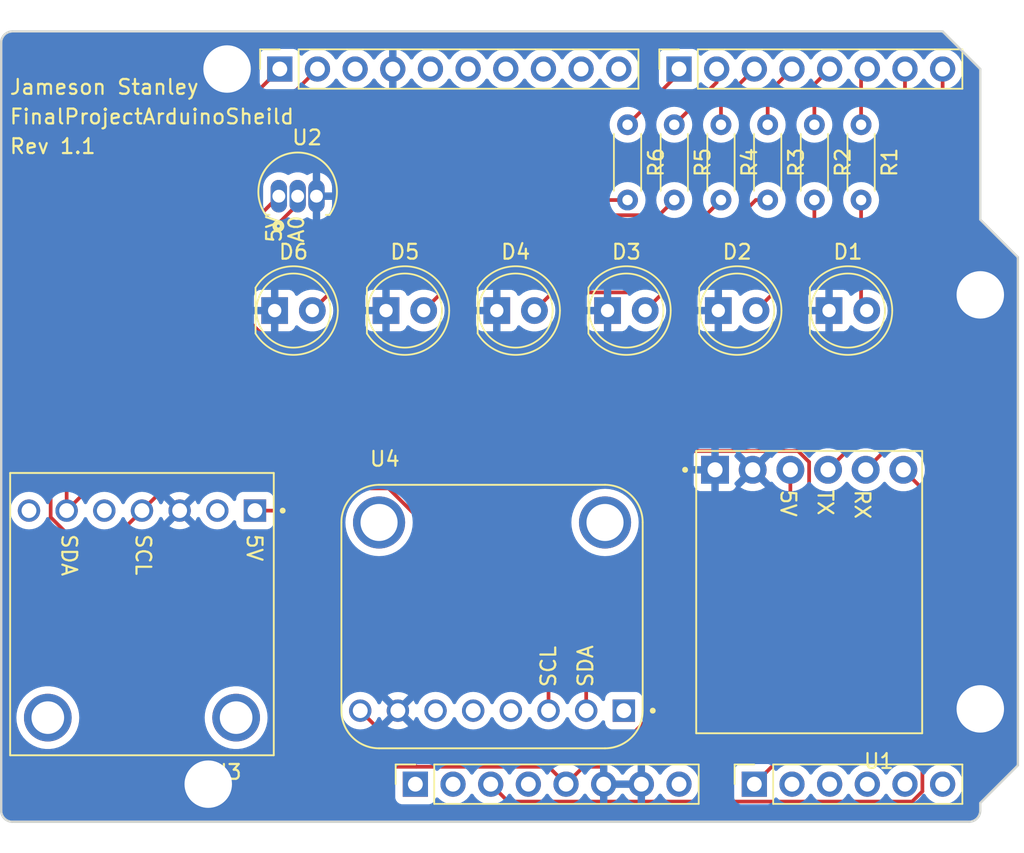
<source format=kicad_pcb>
(kicad_pcb (version 20240108) (generator "pcbnew") (generator_version "8.0")
  (title_block (date "mar. 31 mars 2015"))
  (layers (0 "F.Cu" signal) (31 "B.Cu" signal) (34 "B.Paste" user) (35 "F.Paste" user) (36 "B.SilkS" user "B.Silkscreen") (37 "F.SilkS" user "F.Silkscreen") (38 "B.Mask" user) (39 "F.Mask" user) (44 "Edge.Cuts" user))
  (net 0 "")
  (net 1 "GND")
  (net 3 "+5V")
  (net 4 "/IOREF")
  (net 5 "/A1")
  (net 6 "/A2")
  (net 7 "/A3")
  (net 8 "/SDA{slash}A4")
  (net 9 "/SCL{slash}A5")
  (net 10 "/13")
  (net 11 "/12")
  (net 12 "/AREF")
  (net 13 "/8")
  (net 14 "/LED1")
  (net 15 "/*11")
  (net 16 "/*10")
  (net 17 "/*9")
  (net 18 "/LED6")
  (net 19 "/LED2")
  (net 20 "/LED5")
  (net 21 "/LED3")
  (net 22 "/TX{slash}1")
  (net 23 "/LED4")
  (net 24 "/RX{slash}0")
  (net 25 "+3V3")
  (net 26 "VCC")
  (net 28 "/RESET")
  (net 29 "Net-(D1-A)")
  (net 30 "Net-(D2-A)")
  (net 31 "Net-(D3-A)")
  (net 32 "Net-(D4-A)")
  (net 33 "Net-(D5-A)")
  (net 34 "Net-(D6-A)")
  (net 35 "/External_Temp")
  (footprint "Connector_PinSocket_2.54mm:PinSocket_1x08_P2.54mm_Vertical" (layer "F.Cu") (at 127.94 97.46 90)
    (property "Reference" "J1" (hide yes))
    (property "Value" "Power")
    (fp_line (start 1.33 -1.33) (end 1.33 0) (stroke (width 0.12)) (layer "F.SilkS"))
    (fp_line (start 0 -1.33) (end 1.33 -1.33) (stroke (width 0.12)) (layer "F.SilkS"))
    (fp_line (start 1.33 1.27) (end 1.33 19.11) (stroke (width 0.12)) (layer "F.SilkS"))
    (fp_line (start -1.33 1.27) (end 1.33 1.27) (stroke (width 0.12)) (layer "F.SilkS"))
    (fp_line (start -1.33 1.27) (end -1.33 19.11) (stroke (width 0.12)) (layer "F.SilkS"))
    (fp_line (start -1.33 19.11) (end 1.33 19.11) (stroke (width 0.12)) (layer "F.SilkS"))
    (pad "1" thru_hole rect (at 0 0 90) (size 1.7 1.7) (drill 1) (layers "*.Cu" "*.Mask"))
    (pad "2" thru_hole oval (at 0 2.54 90) (size 1.7 1.7) (drill 1) (layers "*.Cu" "*.Mask") (net 4 "/IOREF"))
    (pad "3" thru_hole oval (at 0 5.08 90) (size 1.7 1.7) (drill 1) (layers "*.Cu" "*.Mask") (net 28 "/RESET"))
    (pad "4" thru_hole oval (at 0 7.62 90) (size 1.7 1.7) (drill 1) (layers "*.Cu" "*.Mask") (net 25 "+3V3"))
    (pad "5" thru_hole oval (at 0 10.16 90) (size 1.7 1.7) (drill 1) (layers "*.Cu" "*.Mask") (net 3 "+5V"))
    (pad "6" thru_hole oval (at 0 12.7 90) (size 1.7 1.7) (drill 1) (layers "*.Cu" "*.Mask") (net 1 "GND"))
    (pad "7" thru_hole oval (at 0 15.24 90) (size 1.7 1.7) (drill 1) (layers "*.Cu" "*.Mask") (net 1 "GND"))
    (pad "8" thru_hole oval (at 0 17.78 90) (size 1.7 1.7) (drill 1) (layers "*.Cu" "*.Mask") (net 26 "VCC"))
  )
  (footprint "Connector_PinSocket_2.54mm:PinSocket_1x06_P2.54mm_Vertical" (layer "F.Cu") (at 150.8 97.46 90)
    (property "Reference" "J3" (hide yes))
    (property "Value" "Analog")
    (fp_line (start 1.33 -1.33) (end 1.33 0) (stroke (width 0.12)) (layer "F.SilkS"))
    (fp_line (start 0 -1.33) (end 1.33 -1.33) (stroke (width 0.12)) (layer "F.SilkS"))
    (fp_line (start 1.33 1.27) (end 1.33 14.03) (stroke (width 0.12)) (layer "F.SilkS"))
    (fp_line (start -1.33 1.27) (end 1.33 1.27) (stroke (width 0.12)) (layer "F.SilkS"))
    (fp_line (start -1.33 1.27) (end -1.33 14.03) (stroke (width 0.12)) (layer "F.SilkS"))
    (fp_line (start -1.33 14.03) (end 1.33 14.03) (stroke (width 0.12)) (layer "F.SilkS"))
    (pad "1" thru_hole rect (at 0 0 90) (size 1.7 1.7) (drill 1) (layers "*.Cu" "*.Mask") (net 35 "/External_Temp"))
    (pad "2" thru_hole oval (at 0 2.54 90) (size 1.7 1.7) (drill 1) (layers "*.Cu" "*.Mask") (net 5 "/A1"))
    (pad "3" thru_hole oval (at 0 5.08 90) (size 1.7 1.7) (drill 1) (layers "*.Cu" "*.Mask") (net 6 "/A2"))
    (pad "4" thru_hole oval (at 0 7.62 90) (size 1.7 1.7) (drill 1) (layers "*.Cu" "*.Mask") (net 7 "/A3"))
    (pad "5" thru_hole oval (at 0 10.16 90) (size 1.7 1.7) (drill 1) (layers "*.Cu" "*.Mask"))
    (pad "6" thru_hole oval (at 0 12.7 90) (size 1.7 1.7) (drill 1) (layers "*.Cu" "*.Mask"))
  )
  (footprint "Connector_PinSocket_2.54mm:PinSocket_1x10_P2.54mm_Vertical" (layer "F.Cu") (at 118.796 49.2 90)
    (property "Reference" "J2" (hide yes))
    (property "Value" "Digital/PWM")
    (fp_line (start 1.33 -1.33) (end 1.33 0) (stroke (width 0.12)) (layer "F.SilkS"))
    (fp_line (start 0 -1.33) (end 1.33 -1.33) (stroke (width 0.12)) (layer "F.SilkS"))
    (fp_line (start 1.33 1.27) (end 1.33 24.19) (stroke (width 0.12)) (layer "F.SilkS"))
    (fp_line (start -1.33 1.27) (end 1.33 1.27) (stroke (width 0.12)) (layer "F.SilkS"))
    (fp_line (start -1.33 1.27) (end -1.33 24.19) (stroke (width 0.12)) (layer "F.SilkS"))
    (fp_line (start -1.33 24.19) (end 1.33 24.19) (stroke (width 0.12)) (layer "F.SilkS"))
    (pad "1" thru_hole rect (at 0 0 90) (size 1.7 1.7) (drill 1) (layers "*.Cu" "*.Mask") (net 9 "/SCL{slash}A5"))
    (pad "2" thru_hole oval (at 0 2.54 90) (size 1.7 1.7) (drill 1) (layers "*.Cu" "*.Mask") (net 8 "/SDA{slash}A4"))
    (pad "3" thru_hole oval (at 0 5.08 90) (size 1.7 1.7) (drill 1) (layers "*.Cu" "*.Mask") (net 12 "/AREF"))
    (pad "4" thru_hole oval (at 0 7.62 90) (size 1.7 1.7) (drill 1) (layers "*.Cu" "*.Mask") (net 1 "GND"))
    (pad "5" thru_hole oval (at 0 10.16 90) (size 1.7 1.7) (drill 1) (layers "*.Cu" "*.Mask") (net 10 "/13"))
    (pad "6" thru_hole oval (at 0 12.7 90) (size 1.7 1.7) (drill 1) (layers "*.Cu" "*.Mask") (net 11 "/12"))
    (pad "7" thru_hole oval (at 0 15.24 90) (size 1.7 1.7) (drill 1) (layers "*.Cu" "*.Mask") (net 15 "/*11"))
    (pad "8" thru_hole oval (at 0 17.78 90) (size 1.7 1.7) (drill 1) (layers "*.Cu" "*.Mask") (net 16 "/*10"))
    (pad "9" thru_hole oval (at 0 20.32 90) (size 1.7 1.7) (drill 1) (layers "*.Cu" "*.Mask") (net 17 "/*9"))
    (pad "10" thru_hole oval (at 0 22.86 90) (size 1.7 1.7) (drill 1) (layers "*.Cu" "*.Mask") (net 13 "/8"))
  )
  (footprint "Connector_PinSocket_2.54mm:PinSocket_1x08_P2.54mm_Vertical" (layer "F.Cu") (at 145.72 49.2 90)
    (property "Reference" "J4" (hide yes))
    (property "Value" "Digital/PWM")
    (fp_line (start 1.33 -1.33) (end 1.33 0) (stroke (width 0.12)) (layer "F.SilkS"))
    (fp_line (start 0 -1.33) (end 1.33 -1.33) (stroke (width 0.12)) (layer "F.SilkS"))
    (fp_line (start 1.33 1.27) (end 1.33 19.11) (stroke (width 0.12)) (layer "F.SilkS"))
    (fp_line (start -1.33 1.27) (end 1.33 1.27) (stroke (width 0.12)) (layer "F.SilkS"))
    (fp_line (start -1.33 1.27) (end -1.33 19.11) (stroke (width 0.12)) (layer "F.SilkS"))
    (fp_line (start -1.33 19.11) (end 1.33 19.11) (stroke (width 0.12)) (layer "F.SilkS"))
    (pad "1" thru_hole rect (at 0 0 90) (size 1.7 1.7) (drill 1) (layers "*.Cu" "*.Mask") (net 18 "/LED6"))
    (pad "2" thru_hole oval (at 0 2.54 90) (size 1.7 1.7) (drill 1) (layers "*.Cu" "*.Mask") (net 20 "/LED5"))
    (pad "3" thru_hole oval (at 0 5.08 90) (size 1.7 1.7) (drill 1) (layers "*.Cu" "*.Mask") (net 23 "/LED4"))
    (pad "4" thru_hole oval (at 0 7.62 90) (size 1.7 1.7) (drill 1) (layers "*.Cu" "*.Mask") (net 21 "/LED3"))
    (pad "5" thru_hole oval (at 0 10.16 90) (size 1.7 1.7) (drill 1) (layers "*.Cu" "*.Mask") (net 19 "/LED2"))
    (pad "6" thru_hole oval (at 0 12.7 90) (size 1.7 1.7) (drill 1) (layers "*.Cu" "*.Mask") (net 14 "/LED1"))
    (pad "7" thru_hole oval (at 0 15.24 90) (size 1.7 1.7) (drill 1) (layers "*.Cu" "*.Mask") (net 22 "/TX{slash}1"))
    (pad "8" thru_hole oval (at 0 17.78 90) (size 1.7 1.7) (drill 1) (layers "*.Cu" "*.Mask") (net 24 "/RX{slash}0"))
  )
  (footprint "Resistor_THT:R_Axial_DIN0204_L3.6mm_D1.6mm_P5.08mm_Horizontal" (layer "F.Cu") (at 151.7 52.96 -90)
    (property "Reference" "R3" (at 2.54 -1.92 90) (layer "F.SilkS"))
    (property "Value" "330")
    (fp_line (start 0.62 0.92) (end 4.46 0.92) (stroke (width 0.12)) (layer "F.SilkS"))
    (fp_line (start 0.62 -0.92) (end 4.46 -0.92) (stroke (width 0.12)) (layer "F.SilkS"))
    (pad "1" thru_hole circle (at 0 0 270) (size 1.4 1.4) (drill 0.7) (layers "*.Cu" "*.Mask") (net 21 "/LED3"))
    (pad "2" thru_hole oval (at 5.08 0 270) (size 1.4 1.4) (drill 0.7) (layers "*.Cu" "*.Mask") (net 31 "Net-(D3-A)"))
  )
  (footprint "Resistor_THT:R_Axial_DIN0204_L3.6mm_D1.6mm_P5.08mm_Horizontal" (layer "F.Cu") (at 154.85 52.96 -90)
    (property "Reference" "R2" (at 2.54 -1.92 90) (layer "F.SilkS"))
    (property "Value" "330")
    (fp_line (start 0.62 0.92) (end 4.46 0.92) (stroke (width 0.12)) (layer "F.SilkS"))
    (fp_line (start 0.62 -0.92) (end 4.46 -0.92) (stroke (width 0.12)) (layer "F.SilkS"))
    (pad "1" thru_hole circle (at 0 0 270) (size 1.4 1.4) (drill 0.7) (layers "*.Cu" "*.Mask") (net 19 "/LED2"))
    (pad "2" thru_hole oval (at 5.08 0 270) (size 1.4 1.4) (drill 0.7) (layers "*.Cu" "*.Mask") (net 30 "Net-(D2-A)"))
  )
  (footprint "2652:MODULE_2652" (layer "F.Cu") (at 109.5 85.985 180)
    (property "Reference" "U3" (at -5.715 -10.66 0) (layer "F.SilkS"))
    (property "Value" "ADAFRUIT BME280")
    (fp_line (start 8.89 9.525) (end -8.89 9.525) (stroke (width 0.127)) (layer "F.SilkS"))
    (fp_line (start 8.89 -9.525) (end 8.89 9.525) (stroke (width 0.127)) (layer "F.SilkS"))
    (fp_line (start -8.89 9.525) (end -8.89 -9.525) (stroke (width 0.127)) (layer "F.SilkS"))
    (fp_line (start -8.89 -9.525) (end 8.89 -9.525) (stroke (width 0.127)) (layer "F.SilkS"))
    (fp_circle (center -9.49 6.985) (end -9.39 6.985) (stroke (width 0.2)) (fill none) (layer "F.SilkS"))
    (pad "1" thru_hole rect (at -7.62 6.985 180) (size 1.508 1.508) (drill 1) (layers "*.Cu" "*.Mask") (net 3 "+5V"))
    (pad "2" thru_hole circle (at -5.08 6.985 180) (size 1.508 1.508) (drill 1) (layers "*.Cu" "*.Mask"))
    (pad "3" thru_hole circle (at -2.54 6.985 180) (size 1.508 1.508) (drill 1) (layers "*.Cu" "*.Mask") (net 1 "GND"))
    (pad "4" thru_hole circle (at 0 6.985 180) (size 1.508 1.508) (drill 1) (layers "*.Cu" "*.Mask") (net 9 "/SCL{slash}A5"))
    (pad "5" thru_hole circle (at 2.54 6.985 180) (size 1.508 1.508) (drill 1) (layers "*.Cu" "*.Mask"))
    (pad "6" thru_hole circle (at 5.08 6.985 180) (size 1.508 1.508) (drill 1) (layers "*.Cu" "*.Mask") (net 8 "/SDA{slash}A4"))
    (pad "7" thru_hole circle (at 7.62 6.985 180) (size 1.508 1.508) (drill 1) (layers "*.Cu" "*.Mask"))
    (pad "P1" thru_hole circle (at -6.35 -6.985 180) (size 3.216 3.216) (drill 2.2) (layers "*.Cu" "*.Mask"))
    (pad "P2" thru_hole circle (at 6.35 -6.985 180) (size 3.216 3.216) (drill 2.2) (layers "*.Cu" "*.Mask"))
  )
  (footprint "LED_THT:LED_D5.0mm" (layer "F.Cu") (at 155.84 65.5)
    (property "Reference" "D1" (at 1.27 -3.96 0) (layer "F.SilkS"))
    (property "Value" "LED")
    (fp_line (start -1.29 -1.545) (end -1.29 1.545) (stroke (width 0.12)) (layer "F.SilkS"))
    (fp_arc (start -1.29 -1.54483) (mid 2.071756 -2.880501) (end 4.26 -0.000048) (stroke (width 0.12)) (layer "F.SilkS"))
    (fp_arc (start 4.26 0.000048) (mid 2.071756 2.880501) (end -1.29 1.54483) (stroke (width 0.12)) (layer "F.SilkS"))
    (fp_circle (center 1.27 0) (end 3.77 0) (stroke (width 0.12)) (fill none) (layer "F.SilkS"))
    (pad "1" thru_hole rect (at 0 0) (size 1.8 1.8) (drill 0.9) (layers "*.Cu" "*.Mask") (net 1 "GND"))
    (pad "2" thru_hole circle (at 2.54 0) (size 1.8 1.8) (drill 0.9) (layers "*.Cu" "*.Mask") (net 29 "Net-(D1-A)"))
  )
  (footprint "Arduino_MountingHole:MountingHole_3.2mm" (layer "F.Cu") (at 115.24 49.2)
    (property "Reference" "MH1" (hide yes))
    (property "Value" "MountingHole_3.2mm" (hide yes))
    (pad "" np_thru_hole circle (at 0 0) (size 3.2 3.2) (drill 3.2) (layers "*.Cu" "*.Mask"))
  )
  (footprint "LED_THT:LED_D5.0mm" (layer "F.Cu") (at 118.45 65.5)
    (property "Reference" "D6" (at 1.27 -3.96 0) (layer "F.SilkS"))
    (property "Value" "LED")
    (fp_line (start -1.29 -1.545) (end -1.29 1.545) (stroke (width 0.12)) (layer "F.SilkS"))
    (fp_arc (start -1.29 -1.54483) (mid 2.071756 -2.880501) (end 4.26 -0.000048) (stroke (width 0.12)) (layer "F.SilkS"))
    (fp_arc (start 4.26 0.000048) (mid 2.071756 2.880501) (end -1.29 1.54483) (stroke (width 0.12)) (layer "F.SilkS"))
    (fp_circle (center 1.27 0) (end 3.77 0) (stroke (width 0.12)) (fill none) (layer "F.SilkS"))
    (pad "1" thru_hole rect (at 0 0) (size 1.8 1.8) (drill 0.9) (layers "*.Cu" "*.Mask") (net 1 "GND"))
    (pad "2" thru_hole circle (at 2.54 0) (size 1.8 1.8) (drill 0.9) (layers "*.Cu" "*.Mask") (net 34 "Net-(D6-A)"))
  )
  (footprint "LED_THT:LED_D5.0mm" (layer "F.Cu") (at 148.37 65.5)
    (property "Reference" "D2" (at 1.27 -3.96 0) (layer "F.SilkS"))
    (property "Value" "LED")
    (fp_line (start -1.29 -1.545) (end -1.29 1.545) (stroke (width 0.12)) (layer "F.SilkS"))
    (fp_arc (start -1.29 -1.54483) (mid 2.071756 -2.880501) (end 4.26 -0.000048) (stroke (width 0.12)) (layer "F.SilkS"))
    (fp_arc (start 4.26 0.000048) (mid 2.071756 2.880501) (end -1.29 1.54483) (stroke (width 0.12)) (layer "F.SilkS"))
    (fp_circle (center 1.27 0) (end 3.77 0) (stroke (width 0.12)) (fill none) (layer "F.SilkS"))
    (pad "1" thru_hole rect (at 0 0) (size 1.8 1.8) (drill 0.9) (layers "*.Cu" "*.Mask") (net 1 "GND"))
    (pad "2" thru_hole circle (at 2.54 0) (size 1.8 1.8) (drill 0.9) (layers "*.Cu" "*.Mask") (net 30 "Net-(D2-A)"))
  )
  (footprint "DEV-13712:MODULE_DEV-13712" (layer "F.Cu") (at 154.5 84.5 180)
    (property "Reference" "U1" (at -4.695 -11.41 0) (layer "F.SilkS"))
    (property "Value" "OpenLog")
    (fp_line (start 7.62 9.525) (end -7.62 9.525) (stroke (width 0.127)) (layer "F.SilkS"))
    (fp_line (start 7.62 -9.525) (end 7.62 9.525) (stroke (width 0.127)) (layer "F.SilkS"))
    (fp_line (start -7.62 9.525) (end -7.62 -9.525) (stroke (width 0.127)) (layer "F.SilkS"))
    (fp_line (start -7.62 -9.525) (end 7.62 -9.525) (stroke (width 0.127)) (layer "F.SilkS"))
    (fp_circle (center 8.37 8.255) (end 8.47 8.255) (stroke (width 0.2)) (fill none) (layer "F.SilkS"))
    (pad "1" thru_hole rect (at 6.35 8.255 180) (size 1.8796 1.8796) (drill 1.016) (layers "*.Cu" "*.Mask") (net 1 "GND"))
    (pad "2" thru_hole circle (at 3.81 8.255 180) (size 1.8796 1.8796) (drill 1.016) (layers "*.Cu" "*.Mask") (net 1 "GND"))
    (pad "3" thru_hole circle (at 1.27 8.255 180) (size 1.8796 1.8796) (drill 1.016) (layers "*.Cu" "*.Mask") (net 3 "+5V"))
    (pad "4" thru_hole circle (at -1.27 8.255 180) (size 1.8796 1.8796) (drill 1.016) (layers "*.Cu" "*.Mask") (net 22 "/TX{slash}1"))
    (pad "5" thru_hole circle (at -3.81 8.255 180) (size 1.8796 1.8796) (drill 1.016) (layers "*.Cu" "*.Mask") (net 24 "/RX{slash}0"))
    (pad "6" thru_hole circle (at -6.35 8.255 180) (size 1.8796 1.8796) (drill 1.016) (layers "*.Cu" "*.Mask") (net 28 "/RESET"))
  )
  (footprint "Resistor_THT:R_Axial_DIN0204_L3.6mm_D1.6mm_P5.08mm_Horizontal" (layer "F.Cu") (at 148.55 52.96 -90)
    (property "Reference" "R4" (at 2.54 -1.92 90) (layer "F.SilkS"))
    (property "Value" "330")
    (fp_line (start 0.62 0.92) (end 4.46 0.92) (stroke (width 0.12)) (layer "F.SilkS"))
    (fp_line (start 0.62 -0.92) (end 4.46 -0.92) (stroke (width 0.12)) (layer "F.SilkS"))
    (pad "1" thru_hole circle (at 0 0 270) (size 1.4 1.4) (drill 0.7) (layers "*.Cu" "*.Mask") (net 23 "/LED4"))
    (pad "2" thru_hole oval (at 5.08 0 270) (size 1.4 1.4) (drill 0.7) (layers "*.Cu" "*.Mask") (net 32 "Net-(D4-A)"))
  )
  (footprint "LED_THT:LED_D5.0mm" (layer "F.Cu") (at 125.96 65.5)
    (property "Reference" "D5" (at 1.27 -3.96 0) (layer "F.SilkS"))
    (property "Value" "LED")
    (fp_line (start -1.29 -1.545) (end -1.29 1.545) (stroke (width 0.12)) (layer "F.SilkS"))
    (fp_arc (start -1.29 -1.54483) (mid 2.071756 -2.880501) (end 4.26 -0.000048) (stroke (width 0.12)) (layer "F.SilkS"))
    (fp_arc (start 4.26 0.000048) (mid 2.071756 2.880501) (end -1.29 1.54483) (stroke (width 0.12)) (layer "F.SilkS"))
    (fp_circle (center 1.27 0) (end 3.77 0) (stroke (width 0.12)) (fill none) (layer "F.SilkS"))
    (pad "1" thru_hole rect (at 0 0) (size 1.8 1.8) (drill 0.9) (layers "*.Cu" "*.Mask") (net 1 "GND"))
    (pad "2" thru_hole circle (at 2.54 0) (size 1.8 1.8) (drill 0.9) (layers "*.Cu" "*.Mask") (net 33 "Net-(D5-A)"))
  )
  (footprint "Resistor_THT:R_Axial_DIN0204_L3.6mm_D1.6mm_P5.08mm_Horizontal" (layer "F.Cu") (at 158 52.96 -90)
    (property "Reference" "R1" (at 2.54 -1.92 90) (layer "F.SilkS"))
    (property "Value" "330")
    (fp_line (start 0.62 0.92) (end 4.46 0.92) (stroke (width 0.12)) (layer "F.SilkS"))
    (fp_line (start 0.62 -0.92) (end 4.46 -0.92) (stroke (width 0.12)) (layer "F.SilkS"))
    (pad "1" thru_hole circle (at 0 0 270) (size 1.4 1.4) (drill 0.7) (layers "*.Cu" "*.Mask") (net 14 "/LED1"))
    (pad "2" thru_hole oval (at 5.08 0 270) (size 1.4 1.4) (drill 0.7) (layers "*.Cu" "*.Mask") (net 29 "Net-(D1-A)"))
  )
  (footprint "Resistor_THT:R_Axial_DIN0204_L3.6mm_D1.6mm_P5.08mm_Horizontal" (layer "F.Cu") (at 145.4 52.96 -90)
    (property "Reference" "R5" (at 2.54 -1.92 90) (layer "F.SilkS"))
    (property "Value" "330")
    (fp_line (start 0.62 0.92) (end 4.46 0.92) (stroke (width 0.12)) (layer "F.SilkS"))
    (fp_line (start 0.62 -0.92) (end 4.46 -0.92) (stroke (width 0.12)) (layer "F.SilkS"))
    (pad "1" thru_hole circle (at 0 0 270) (size 1.4 1.4) (drill 0.7) (layers "*.Cu" "*.Mask") (net 20 "/LED5"))
    (pad "2" thru_hole oval (at 5.08 0 270) (size 1.4 1.4) (drill 0.7) (layers "*.Cu" "*.Mask") (net 33 "Net-(D5-A)"))
  )
  (footprint "Resistor_THT:R_Axial_DIN0204_L3.6mm_D1.6mm_P5.08mm_Horizontal" (layer "F.Cu") (at 142.25 52.96 -90)
    (property "Reference" "R6" (at 2.54 -1.92 90) (layer "F.SilkS"))
    (property "Value" "330")
    (fp_line (start 0.62 0.92) (end 4.46 0.92) (stroke (width 0.12)) (layer "F.SilkS"))
    (fp_line (start 0.62 -0.92) (end 4.46 -0.92) (stroke (width 0.12)) (layer "F.SilkS"))
    (pad "1" thru_hole circle (at 0 0 270) (size 1.4 1.4) (drill 0.7) (layers "*.Cu" "*.Mask") (net 18 "/LED6"))
    (pad "2" thru_hole oval (at 5.08 0 270) (size 1.4 1.4) (drill 0.7) (layers "*.Cu" "*.Mask") (net 34 "Net-(D6-A)"))
  )
  (footprint "2019:MODULE_2019" (layer "F.Cu") (at 133.11 86.15)
    (property "Reference" "U4" (at -7.235 -10.635 0) (layer "F.SilkS"))
    (property "Value" "MMA8451")
    (fp_line (start -10.16 6.35) (end -10.16 -6.35) (stroke (width 0.127)) (layer "F.SilkS"))
    (fp_line (start -7.62 -8.89) (end 7.62 -8.89) (stroke (width 0.127)) (layer "F.SilkS"))
    (fp_line (start 7.62 8.89) (end -7.62 8.89) (stroke (width 0.127)) (layer "F.SilkS"))
    (fp_line (start 10.16 -6.35) (end 10.16 6.35) (stroke (width 0.127)) (layer "F.SilkS"))
    (fp_arc (start -10.16 -6.35) (mid -9.416051 -8.146051) (end -7.62 -8.89) (stroke (width 0.127)) (layer "F.SilkS"))
    (fp_arc (start -7.62 8.89) (mid -9.416051 8.146051) (end -10.16 6.35) (stroke (width 0.127)) (layer "F.SilkS"))
    (fp_arc (start 7.62 -8.89) (mid 9.416051 -8.146051) (end 10.16 -6.35) (stroke (width 0.127)) (layer "F.SilkS"))
    (fp_arc (start 10.16 6.35) (mid 9.416051 8.146051) (end 7.62 8.89) (stroke (width 0.127)) (layer "F.SilkS"))
    (fp_circle (center 10.84 6.35) (end 10.94 6.35) (stroke (width 0.2)) (fill none) (layer "F.SilkS"))
    (pad "1" thru_hole rect (at 8.89 6.35) (size 1.508 1.508) (drill 1) (layers "*.Cu" "*.Mask"))
    (pad "2" thru_hole circle (at 6.35 6.35) (size 1.508 1.508) (drill 1) (layers "*.Cu" "*.Mask") (net 8 "/SDA{slash}A4"))
    (pad "3" thru_hole circle (at 3.81 6.35) (size 1.508 1.508) (drill 1) (layers "*.Cu" "*.Mask") (net 9 "/SCL{slash}A5"))
    (pad "4" thru_hole circle (at 1.27 6.35) (size 1.508 1.508) (drill 1) (layers "*.Cu" "*.Mask"))
    (pad "5" thru_hole circle (at -1.27 6.35) (size 1.508 1.508) (drill 1) (layers "*.Cu" "*.Mask"))
    (pad "6" thru_hole circle (at -3.81 6.35) (size 1.508 1.508) (drill 1) (layers "*.Cu" "*.Mask"))
    (pad "7" thru_hole circle (at -6.35 6.35) (size 1.508 1.508) (drill 1) (layers "*.Cu" "*.Mask") (net 1 "GND"))
    (pad "8" thru_hole circle (at -8.89 6.35) (size 1.508 1.508) (drill 1) (layers "*.Cu" "*.Mask") (net 3 "+5V"))
    (pad "P1" thru_hole circle (at -7.62 -6.35) (size 3.516 3.516) (drill 2.5) (layers "*.Cu" "*.Mask"))
    (pad "P2" thru_hole circle (at 7.62 -6.35) (size 3.516 3.516) (drill 2.5) (layers "*.Cu" "*.Mask"))
  )
  (footprint "Arduino_MountingHole:MountingHole_3.2mm" (layer "F.Cu") (at 113.97 97.46)
    (property "Reference" "MH2" (hide yes))
    (property "Value" "MountingHole_3.2mm" (hide yes))
    (pad "" np_thru_hole circle (at 0 0) (size 3.2 3.2) (drill 3.2) (layers "*.Cu" "*.Mask"))
  )
  (footprint "Arduino_MountingHole:MountingHole_3.2mm" (layer "F.Cu") (at 166.04 64.44)
    (property "Reference" "MH3" (hide yes))
    (property "Value" "MountingHole_3.2mm" (hide yes))
    (pad "" np_thru_hole circle (at 0 0) (size 3.2 3.2) (drill 3.2) (layers "*.Cu" "*.Mask"))
  )
  (footprint "Arduino_MountingHole:MountingHole_3.2mm" (layer "F.Cu") (at 166.04 92.38)
    (property "Reference" "MH4" (hide yes))
    (property "Value" "MountingHole_3.2mm" (hide yes))
    (pad "" np_thru_hole circle (at 0 0) (size 3.2 3.2) (drill 3.2) (layers "*.Cu" "*.Mask"))
  )
  (footprint "TMP36GT9Z:TO92127P521H733-3" (layer "F.Cu") (at 120 57)
    (property "Reference" "U2" (at 0.635 -3.175 0) (layer "F.SilkS"))
    (property "Value" "TMP36GT9Z")
    (fp_line (start -2.144 2.043) (end -1.9 2.043) (stroke (width 0.127)) (layer "F.SilkS"))
    (fp_line (start 1.906 2.043) (end 2.144 2.043) (stroke (width 0.127)) (layer "F.SilkS"))
    (fp_arc (start -2.144 2.043) (mid 0 -2.164837) (end 2.144 2.043) (stroke (width 0.127)) (layer "F.SilkS"))
    (fp_circle (center -1.3 2.8) (end -1.2 2.8) (stroke (width 0.3)) (fill none) (layer "F.SilkS"))
    (pad "1" thru_hole oval (at -1.27 0.78) (size 1.1 2.2) (drill 0.87) (layers "*.Cu" "*.Mask") (net 3 "+5V"))
    (pad "2" thru_hole oval (at 0 0.78) (size 1.1 2.2) (drill 0.87) (layers "*.Cu" "*.Mask") (net 35 "/External_Temp"))
    (pad "3" thru_hole oval (at 1.27 0.78) (size 1.1 2.2) (drill 0.87) (layers "*.Cu" "*.Mask") (net 1 "GND"))
  )
  (footprint "LED_THT:LED_D5.0mm" (layer "F.Cu") (at 133.43 65.5)
    (property "Reference" "D4" (at 1.27 -3.96 0) (layer "F.SilkS"))
    (property "Value" "LED")
    (fp_line (start -1.29 -1.545) (end -1.29 1.545) (stroke (width 0.12)) (layer "F.SilkS"))
    (fp_arc (start -1.29 -1.54483) (mid 2.071756 -2.880501) (end 4.26 -0.000048) (stroke (width 0.12)) (layer "F.SilkS"))
    (fp_arc (start 4.26 0.000048) (mid 2.071756 2.880501) (end -1.29 1.54483) (stroke (width 0.12)) (layer "F.SilkS"))
    (fp_circle (center 1.27 0) (end 3.77 0) (stroke (width 0.12)) (fill none) (layer "F.SilkS"))
    (pad "1" thru_hole rect (at 0 0) (size 1.8 1.8) (drill 0.9) (layers "*.Cu" "*.Mask") (net 1 "GND"))
    (pad "2" thru_hole circle (at 2.54 0) (size 1.8 1.8) (drill 0.9) (layers "*.Cu" "*.Mask") (net 32 "Net-(D4-A)"))
  )
  (footprint "LED_THT:LED_D5.0mm" (layer "F.Cu") (at 140.9 65.5)
    (property "Reference" "D3" (at 1.27 -3.96 0) (layer "F.SilkS"))
    (property "Value" "LED")
    (fp_line (start -1.29 -1.545) (end -1.29 1.545) (stroke (width 0.12)) (layer "F.SilkS"))
    (fp_arc (start -1.29 -1.54483) (mid 2.071756 -2.880501) (end 4.26 -0.000048) (stroke (width 0.12)) (layer "F.SilkS"))
    (fp_arc (start 4.26 0.000048) (mid 2.071756 2.880501) (end -1.29 1.54483) (stroke (width 0.12)) (layer "F.SilkS"))
    (fp_circle (center 1.27 0) (end 3.77 0) (stroke (width 0.12)) (fill none) (layer "F.SilkS"))
    (pad "1" thru_hole rect (at 0 0) (size 1.8 1.8) (drill 0.9) (layers "*.Cu" "*.Mask") (net 1 "GND"))
    (pad "2" thru_hole circle (at 2.54 0) (size 1.8 1.8) (drill 0.9) (layers "*.Cu" "*.Mask") (net 31 "Net-(D3-A)"))
  )
  (gr_line (start 166.04 59.36) (end 168.58 61.9) (stroke (width 0.15)) (layer "Edge.Cuts"))
  (gr_line (start 100 99.238) (end 100 47.422) (stroke (width 0.15)) (layer "Edge.Cuts"))
  (gr_line (start 168.58 61.9) (end 168.58 96.19) (stroke (width 0.15)) (layer "Edge.Cuts"))
  (gr_line (start 165.278 100) (end 100.762 100) (stroke (width 0.15)) (layer "Edge.Cuts"))
  (gr_line (start 100.762 46.66) (end 163.5 46.66) (stroke (width 0.15)) (layer "Edge.Cuts"))
  (gr_arc (start 100.762 100) (mid 100.223185 99.776815) (end 100 99.238) (stroke (width 0.15)) (layer "Edge.Cuts"))
  (gr_line (start 168.58 96.19) (end 166.04 98.73) (stroke (width 0.15)) (layer "Edge.Cuts"))
  (gr_line (start 163.5 46.66) (end 166.04 49.2) (stroke (width 0.15)) (layer "Edge.Cuts"))
  (gr_arc (start 166.04 99.238) (mid 165.816815 99.776815) (end 165.278 100) (stroke (width 0.15)) (layer "Edge.Cuts"))
  (gr_line (start 166.04 49.2) (end 166.04 59.36) (stroke (width 0.15)) (layer "Edge.Cuts"))
  (gr_line (start 166.04 98.73) (end 166.04 99.238) (stroke (width 0.15)) (layer "Edge.Cuts"))
  (gr_arc (start 100 47.422) (mid 100.223185 46.883185) (end 100.762 46.66) (stroke (width 0.15)) (layer "Edge.Cuts"))
  (gr_text "SDA" (at 140 91 90) (layer "F.SilkS") (effects (font (size 1 1)) (justify left bottom)))
  (gr_text "Jameson Stanley" (at 100.5 51 0) (layer "F.SilkS") (effects (font (size 1 1)) (justify left bottom)))
  (gr_text "A0" (at 120.5 61 90) (layer "F.SilkS") (effects (font (size 1 1)) (justify left bottom)))
  (gr_text "RX" (at 157.5 77.5 -90) (layer "F.SilkS") (effects (font (size 1 1)) (justify left bottom)))
  (gr_text "SCL" (at 137.5 91 90) (layer "F.SilkS") (effects (font (size 1 1)) (justify left bottom)))
  (gr_text "5V" (at 116.5 80.5 -90) (layer "F.SilkS") (effects (font (size 1 1)) (justify left bottom)))
  (gr_text "5V" (at 152.5 77.5 -90) (layer "F.SilkS") (effects (font (size 1 1)) (justify left bottom)))
  (gr_text "SCL" (at 109 80.5 -90) (layer "F.SilkS") (effects (font (size 1 1)) (justify left bottom)))
  (gr_text "FinalProjectArduinoSheild" (at 100.5 53 0) (layer "F.SilkS") (effects (font (size 1 1)) (justify left bottom)))
  (gr_text "Rev 1.1" (at 100.5 55 0) (layer "F.SilkS") (effects (font (size 1 1)) (justify left bottom)))
  (gr_text "TX" (at 155 77.5 -90) (layer "F.SilkS") (effects (font (size 1 1)) (justify left bottom)))
  (gr_text "5V" (at 119 61 90) (layer "F.SilkS") (effects (font (size 1 1)) (justify left bottom)))
  (gr_text "SDA" (at 104 80.5 -90) (layer "F.SilkS") (effects (font (size 1 1)) (justify left bottom)))
  (segment (start 138.1 96.88) (end 138.1 97.46) (width 0.25) (layer "F.Cu") (net 3))
  (segment (start 128.005 96.285) (end 136.925 96.285) (width 0.25) (layer "F.Cu") (net 3))
  (segment (start 136.925 96.285) (end 138.1 97.46) (width 0.25) (layer "F.Cu") (net 3))
  (segment (start 124.22 92.5) (end 128.005 96.285) (width 0.25) (layer "F.Cu") (net 3))
  (segment (start 115.55 66.05) (end 125.55 76.05) (width 0.25) (layer "F.Cu") (net 3))
  (segment (start 115.55 60.96) (end 118.73 57.78) (width 0.25) (layer "F.Cu") (net 3))
  (segment (start 145.5 88) (end 148.658 88) (width 0.25) (layer "F.Cu") (net 3))
  (segment (start 149.829 86.829) (end 144.829 91.829) (width 0.25) (layer "F.Cu") (net 3))
  (segment (start 144.829 91.829) (end 140.373 96.285) (width 0.25) (layer "F.Cu") (net 3))
  (segment (start 120 79) (end 122 81) (width 0.25) (layer "F.Cu") (net 3))
  (segment (start 122.285 96.285) (end 128.005 96.285) (width 0.25) (layer "F.Cu") (net 3))
  (segment (start 139.275 96.285) (end 138.1 97.46) (width 0.25) (layer "F.Cu") (net 3))
  (segment (start 140.373 96.285) (end 139.275 96.285) (width 0.25) (layer "F.Cu") (net 3))
  (segment (start 153.23 83.428) (end 149.829 86.829) (width 0.25) (layer "F.Cu") (net 3))
  (segment (start 125.55 76.05) (end 133.55 76.05) (width 0.25) (layer "F.Cu") (net 3))
  (segment (start 145.5 88) (end 145.5 91.158) (width 0.25) (layer "F.Cu") (net 3))
  (segment (start 145.5 91.158) (end 144.829 91.829) (width 0.25) (layer "F.Cu") (net 3))
  (segment (start 122 81) (end 122 96) (width 0.25) (layer "F.Cu") (net 3))
  (segment (start 122 96) (end 122.285 96.285) (width 0.25) (layer "F.Cu") (net 3))
  (segment (start 148.658 88) (end 149.829 86.829) (width 0.25) (layer "F.Cu") (net 3))
  (segment (start 133.55 76.05) (end 145.5 88) (width 0.25) (layer "F.Cu") (net 3))
  (segment (start 115.55 60.96) (end 115.55 66.05) (width 0.25) (layer "F.Cu") (net 3))
  (segment (start 153.23 76.245) (end 153.23 83.428) (width 0.25) (layer "F.Cu") (net 3))
  (segment (start 120 79) (end 117.12 79) (width 0.25) (layer "F.Cu") (net 3))
  (segment (start 139.46 92.5) (end 139.46 89.46) (width 0.25) (layer "F.Cu") (net 8))
  (segment (start 126.5 76.5) (end 106.92 76.5) (width 0.25) (layer "F.Cu") (net 8))
  (segment (start 139.46 89.46) (end 126.5 76.5) (width 0.25) (layer "F.Cu") (net 8))
  (segment (start 104.42 79) (end 104.42 66.116) (width 0.25) (layer "F.Cu") (net 8))
  (segment (start 106.92 76.5) (end 104.42 79) (width 0.25) (layer "F.Cu") (net 8))
  (segment (start 104.42 66.116) (end 121.336 49.2) (width 0.25) (layer "F.Cu") (net 8))
  (segment (start 136.92 88.284193) (end 126.135807 77.5) (width 0.25) (layer "F.Cu") (net 9))
  (segment (start 103.341 64.655) (end 103.341 79.446937) (width 0.25) (layer "F.Cu") (net 9))
  (segment (start 111 77.5) (end 109.5 79) (width 0.25) (layer "F.Cu") (net 9))
  (segment (start 104.394063 80.5) (end 108 80.5) (width 0.25) (layer "F.Cu") (net 9))
  (segment (start 126.135807 77.5) (end 111 77.5) (width 0.25) (layer "F.Cu") (net 9))
  (segment (start 108 80.5) (end 109.5 79) (width 0.25) (layer "F.Cu") (net 9))
  (segment (start 118.796 49.2) (end 103.341 64.655) (width 0.25) (layer "F.Cu") (net 9))
  (segment (start 103.341 79.446937) (end 104.394063 80.5) (width 0.25) (layer "F.Cu") (net 9))
  (segment (start 136.92 92.5) (end 136.92 88.284193) (width 0.25) (layer "F.Cu") (net 9))
  (segment (start 158 49.62) (end 158.42 49.2) (width 0.25) (layer "F.Cu") (net 14))
  (segment (start 158 52.96) (end 158 49.62) (width 0.25) (layer "F.Cu") (net 14))
  (segment (start 142.25 52.96) (end 145.72 49.49) (width 0.25) (layer "F.Cu") (net 18))
  (segment (start 145.72 49.49) (end 145.72 49.2) (width 0.25) (layer "F.Cu") (net 18))
  (segment (start 154.85 50.23) (end 155.88 49.2) (width 0.25) (layer "F.Cu") (net 19))
  (segment (start 154.85 52.96) (end 154.85 50.23) (width 0.25) (layer "F.Cu") (net 19))
  (segment (start 148.26 50.1) (end 148.26 49.2) (width 0.25) (layer "F.Cu") (net 20))
  (segment (start 145.4 52.96) (end 148.26 50.1) (width 0.25) (layer "F.Cu") (net 20))
  (segment (start 151.7 50.84) (end 153.34 49.2) (width 0.25) (layer "F.Cu") (net 21))
  (segment (start 151.7 52.96) (end 151.7 50.84) (width 0.25) (layer "F.Cu") (net 21))
  (segment (start 160.96 49.2) (end 160.96 71.055) (width 0.25) (layer "F.Cu") (net 22))
  (segment (start 160.96 71.055) (end 155.77 76.245) (width 0.25) (layer "F.Cu") (net 22))
  (segment (start 148.55 51.45) (end 150.8 49.2) (width 0.25) (layer "F.Cu") (net 23))
  (segment (start 148.55 52.96) (end 148.55 51.45) (width 0.25) (layer "F.Cu") (net 23))
  (segment (start 163.5 71.055) (end 158.31 76.245) (width 0.25) (layer "F.Cu") (net 24))
  (segment (start 163.5 49.2) (end 163.5 71.055) (width 0.25) (layer "F.Cu") (net 24))
  (segment (start 133.02 97.46) (end 134.195 98.635) (width 0.25) (layer "F.Cu") (net 28))
  (segment (start 162.135 97.946701) (end 162.135 77.53) (width 0.25) (layer "F.Cu") (net 28))
  (segment (start 161.446701 98.635) (end 162.135 97.946701) (width 0.25) (layer "F.Cu") (net 28))
  (segment (start 162.135 77.53) (end 160.85 76.245) (width 0.25) (layer "F.Cu") (net 28))
  (segment (start 134.195 98.635) (end 161.446701 98.635) (width 0.25) (layer "F.Cu") (net 28))
  (segment (start 158 58.04) (end 158 65.12) (width 0.25) (layer "F.Cu") (net 29))
  (segment (start 158 65.12) (end 158.38 65.5) (width 0.25) (layer "F.Cu") (net 29))
  (segment (start 154.85 61.56) (end 150.91 65.5) (width 0.25) (layer "F.Cu") (net 30))
  (segment (start 154.85 58.04) (end 154.85 61.56) (width 0.25) (layer "F.Cu") (net 30))
  (segment (start 143.44 65.5) (end 150.9 58.04) (width 0.25) (layer "F.Cu") (net 31))
  (segment (start 150.9 58.04) (end 151.7 58.04) (width 0.25) (layer "F.Cu") (net 31))
  (segment (start 137.195 64.275) (end 135.97 65.5) (width 0.25) (layer "F.Cu") (net 32))
  (segment (start 148.55 58.04) (end 142.315 64.275) (width 0.25) (layer "F.Cu") (net 32))
  (segment (start 142.315 64.275) (end 137.195 64.275) (width 0.25) (layer "F.Cu") (net 32))
  (segment (start 145.4 58.04) (end 144.375 59.065) (width 0.25) (layer "F.Cu") (net 33))
  (segment (start 134.935 59.065) (end 128.5 65.5) (width 0.25) (layer "F.Cu") (net 33))
  (segment (start 144.375 59.065) (end 134.935 59.065) (width 0.25) (layer "F.Cu") (net 33))
  (segment (start 142.25 58.04) (end 128.45 58.04) (width 0.25) (layer "F.Cu") (net 34))
  (segment (start 128.45 58.04) (end 120.99 65.5) (width 0.25) (layer "F.Cu") (net 34))
  (segment (start 125.4802 74.9802) (end 153.753898 74.9802) (width 0.25) (layer "F.Cu") (net 35))
  (segment (start 116 62.33) (end 116 65.5) (width 0.25) (layer "F.Cu") (net 35))
  (segment (start 120 57.78) (end 120 58.33) (width 0.25) (layer "F.Cu") (net 35))
  (segment (start 116 65.5) (end 125.4802 74.9802) (width 0.25) (layer "F.Cu") (net 35))
  (segment (start 154.4948 93.7652) (end 150.8 97.46) (width 0.25) (layer "F.Cu") (net 35))
  (segment (start 120 58.33) (end 116 62.33) (width 0.25) (layer "F.Cu") (net 35))
  (segment (start 153.753898 74.9802) (end 154.4948 75.721102) (width 0.25) (layer "F.Cu") (net 35))
  (segment (start 154.4948 75.721102) (end 154.4948 93.7652) (width 0.25) (layer "F.Cu") (net 35))
  (zone (net 1) (net_name "GND") (layer "B.Cu") (connect_pads (clearance 0.508)) (min_thickness 0.25) (fill yes (thermal_gap 0.5) (thermal_bridge_width 0.5))
    (polygon (pts (xy 100 46.5) (xy 100 100) (xy 169 100) (xy 169 46.5)))
  )
)
</source>
